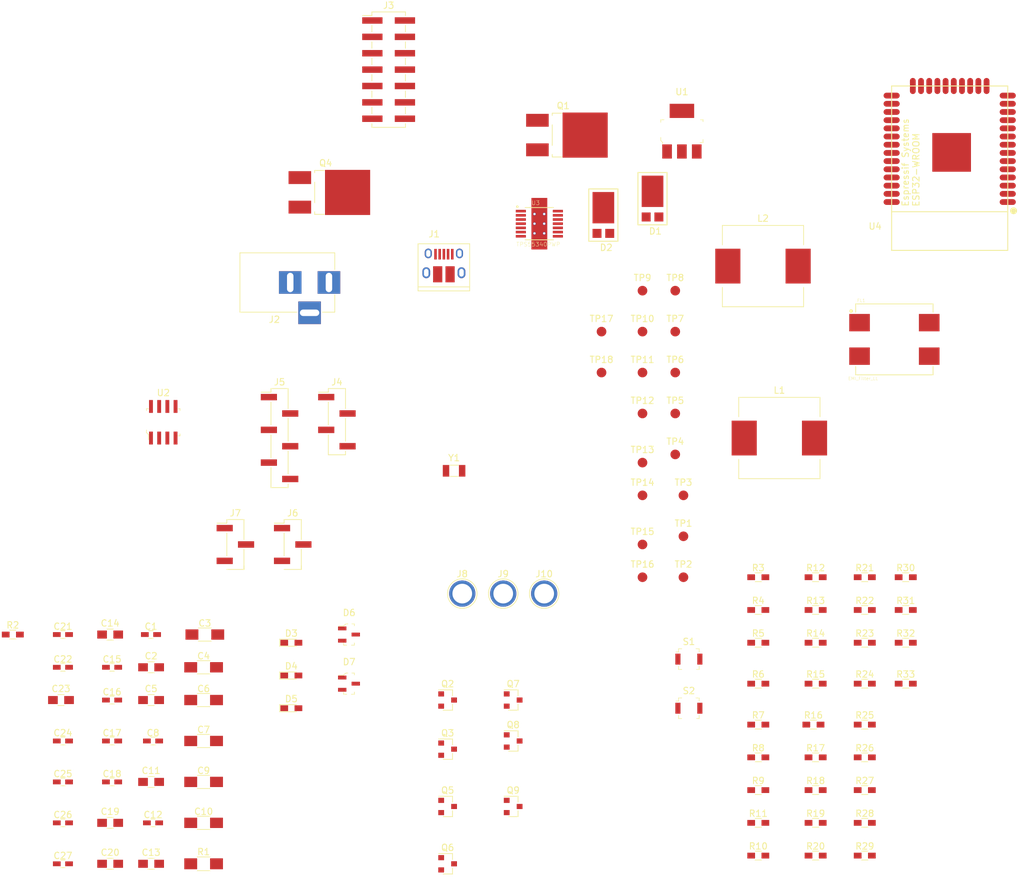
<source format=kicad_pcb>
(kicad_pcb (version 4) (host pcbnew 4.0.7)
  (layers (0 F.Cu signal) (31 B.Cu signal) (34 B.Paste user) (35 F.Paste user) (36 B.SilkS user) (37 F.SilkS user) (38 B.Mask user) (39 F.Mask user) (44 Edge.Cuts user))
  (net 0 "")
  (net 1 "Net-(C1-Pad1)")
  (net 2 "Net-(C1-Pad2)")
  (net 3 Vin)
  (net 4 GND)
  (net 5 "Net-(C3-Pad1)")
  (net 6 "Net-(C4-Pad1)")
  (net 7 +3V3)
  (net 8 "Net-(C6-Pad1)")
  (net 9 "Net-(C10-Pad1)")
  (net 10 "Net-(C12-Pad1)")
  (net 11 "Net-(C12-Pad2)")
  (net 12 ADC_VIN)
  (net 13 "Net-(C18-Pad1)")
  (net 14 "Net-(C19-Pad1)")
  (net 15 ADC_VOUT)
  (net 16 "Net-(C24-Pad1)")
  (net 17 32KHZ_OUT)
  (net 18 32KHZ_IN)
  (net 19 ~RST)
  (net 20 "Net-(D2-Pad1)")
  (net 21 "Net-(D3-Pad2)")
  (net 22 "Net-(D4-Pad2)")
  (net 23 "Net-(D5-Pad2)")
  (net 24 "Net-(J1-Pad2)")
  (net 25 "Net-(J1-Pad4)")
  (net 26 DO_0)
  (net 27 DOUT)
  (net 28 TXDO)
  (net 29 U2TXD)
  (net 30 IO13)
  (net 31 SPI_MOSI)
  (net 32 ~RTS)
  (net 33 IO15)
  (net 34 ~CTS)
  (net 35 3V3_UART)
  (net 36 SPI_SCK)
  (net 37 SPI_MISO)
  (net 38 ~DTR)
  (net 39 RXDI)
  (net 40 U2RXD)
  (net 41 I2C_SDA)
  (net 42 I2C_SCL)
  (net 43 "Net-(J8-Pad1)")
  (net 44 LED_RTN)
  (net 45 BOOST_EN)
  (net 46 "Net-(Q2-Pad3)")
  (net 47 "Net-(Q3-Pad3)")
  (net 48 "Net-(Q4-Pad1)")
  (net 49 "Net-(Q5-Pad1)")
  (net 50 IO0)
  (net 51 "Net-(Q6-Pad1)")
  (net 52 IO2)
  (net 53 "Net-(Q7-Pad1)")
  (net 54 "Net-(Q8-Pad1)")
  (net 55 "Net-(Q9-Pad1)")
  (net 56 "Net-(R3-Pad1)")
  (net 57 "Net-(R5-Pad1)")
  (net 58 "Net-(R7-Pad1)")
  (net 59 "Net-(R8-Pad1)")
  (net 60 BOOST_BYPASS)
  (net 61 "Net-(R14-Pad1)")
  (net 62 LED_RED)
  (net 63 LED_YELLOW)
  (net 64 LED_GREEN)
  (net 65 "Net-(R32-Pad1)")
  (net 66 "Net-(R33-Pad1)")
  (net 67 "Net-(TP7-Pad1)")
  (net 68 "Net-(TP8-Pad1)")
  (net 69 "Net-(TP9-Pad1)")
  (net 70 "Net-(U2-Pad6)")
  (net 71 "Net-(U4-Pad22)")
  (net 72 "Net-(U4-Pad21)")
  (net 73 "Net-(U4-Pad20)")
  (net 74 "Net-(U4-Pad19)")
  (net 75 "Net-(U4-Pad18)")
  (net 76 "Net-(U4-Pad17)")
  (net 77 "Net-(U4-Pad5)")
  (net 78 "Net-(U4-Pad4)")
  (module Capacitors_SMD:C_0603_HandSoldering (layer F.Cu) (at 90.17 140.97)
    (fp_text reference C1 (at 0 -1.25) (layer F.SilkS))
    (fp_text value 100p)
    (pad 1 smd rect (at -0.95 0) (size 1.2 0.75) (layers F.Cu F.Paste F.Mask) (net 1 "Net-(C1-Pad1)"))
    (pad 2 smd rect (at 0.95 0) (size 1.2 0.75) (layers F.Cu F.Paste F.Mask) (net 2 "Net-(C1-Pad2)"))
  )
  (module Capacitors_SMD:C_0805_HandSoldering (layer F.Cu) (at 90.19 146.05)
    (fp_text reference C2 (at 0 -1.75) (layer F.SilkS))
    (fp_text value 10uF)
    (pad 1 smd rect (at -1.25 0) (size 1.5 1.25) (layers F.Cu F.Paste F.Mask) (net 3 Vin))
    (pad 2 smd rect (at 1.25 0) (size 1.5 1.25) (layers F.Cu F.Paste F.Mask) (net 4 GND))
  )
  (module Capacitors_SMD:C_1206_HandSoldering (layer F.Cu) (at 98.52 140.97)
    (fp_text reference C3 (at 0 -1.75) (layer F.SilkS))
    (fp_text value 22uF)
    (pad 1 smd rect (at -2 0) (size 2 1.6) (layers F.Cu F.Paste F.Mask) (net 5 "Net-(C3-Pad1)"))
    (pad 2 smd rect (at 2 0) (size 2 1.6) (layers F.Cu F.Paste F.Mask) (net 2 "Net-(C1-Pad2)"))
  )
  (module Capacitors_SMD:C_1206_HandSoldering (layer F.Cu) (at 98.33 146.05)
    (fp_text reference C4 (at 0 -1.75) (layer F.SilkS))
    (fp_text value 22uF)
    (pad 1 smd rect (at -2 0) (size 2 1.6) (layers F.Cu F.Paste F.Mask) (net 6 "Net-(C4-Pad1)"))
    (pad 2 smd rect (at 2 0) (size 2 1.6) (layers F.Cu F.Paste F.Mask) (net 2 "Net-(C1-Pad2)"))
  )
  (module Capacitors_SMD:C_0805_HandSoldering (layer F.Cu) (at 90.19 151.13)
    (fp_text reference C5 (at 0 -1.75) (layer F.SilkS))
    (fp_text value 10uF)
    (pad 1 smd rect (at -1.25 0) (size 1.5 1.25) (layers F.Cu F.Paste F.Mask) (net 7 +3V3))
    (pad 2 smd rect (at 1.25 0) (size 1.5 1.25) (layers F.Cu F.Paste F.Mask) (net 4 GND))
  )
  (module Capacitors_SMD:C_1206_HandSoldering (layer F.Cu) (at 98.33 151.13)
    (fp_text reference C6 (at 0 -1.75) (layer F.SilkS))
    (fp_text value 22uF)
    (pad 1 smd rect (at -2 0) (size 2 1.6) (layers F.Cu F.Paste F.Mask) (net 8 "Net-(C6-Pad1)"))
    (pad 2 smd rect (at 2 0) (size 2 1.6) (layers F.Cu F.Paste F.Mask) (net 2 "Net-(C1-Pad2)"))
  )
  (module Capacitors_SMD:C_1206_HandSoldering (layer F.Cu) (at 98.33 157.48)
    (fp_text reference C7 (at 0 -1.75) (layer F.SilkS))
    (fp_text value 22uF)
    (pad 1 smd rect (at -2 0) (size 2 1.6) (layers F.Cu F.Paste F.Mask) (net 8 "Net-(C6-Pad1)"))
    (pad 2 smd rect (at 2 0) (size 2 1.6) (layers F.Cu F.Paste F.Mask) (net 2 "Net-(C1-Pad2)"))
  )
  (module Capacitors_SMD:C_0603_HandSoldering (layer F.Cu) (at 90.49 157.48)
    (fp_text reference C8 (at 0 -1.25) (layer F.SilkS))
    (fp_text value 0.1uF)
    (pad 1 smd rect (at -0.95 0) (size 1.2 0.75) (layers F.Cu F.Paste F.Mask) (net 7 +3V3))
    (pad 2 smd rect (at 0.95 0) (size 1.2 0.75) (layers F.Cu F.Paste F.Mask) (net 4 GND))
  )
  (module Capacitors_SMD:C_1206_HandSoldering (layer F.Cu) (at 98.33 163.83)
    (fp_text reference C9 (at 0 -1.75) (layer F.SilkS))
    (fp_text value 22uF)
    (pad 1 smd rect (at -2 0) (size 2 1.6) (layers F.Cu F.Paste F.Mask) (net 9 "Net-(C10-Pad1)"))
    (pad 2 smd rect (at 2 0) (size 2 1.6) (layers F.Cu F.Paste F.Mask) (net 4 GND))
  )
  (module Capacitors_SMD:C_1206_HandSoldering (layer F.Cu) (at 98.33 170.18)
    (fp_text reference C10 (at 0 -1.75) (layer F.SilkS))
    (fp_text value 22uF)
    (pad 1 smd rect (at -2 0) (size 2 1.6) (layers F.Cu F.Paste F.Mask) (net 9 "Net-(C10-Pad1)"))
    (pad 2 smd rect (at 2 0) (size 2 1.6) (layers F.Cu F.Paste F.Mask) (net 4 GND))
  )
  (module Capacitors_SMD:C_0805_HandSoldering (layer F.Cu) (at 90.19 163.83)
    (fp_text reference C11 (at 0 -1.75) (layer F.SilkS))
    (fp_text value 10uF)
    (pad 1 smd rect (at -1.25 0) (size 1.5 1.25) (layers F.Cu F.Paste F.Mask) (net 3 Vin))
    (pad 2 smd rect (at 1.25 0) (size 1.5 1.25) (layers F.Cu F.Paste F.Mask) (net 4 GND))
  )
  (module Capacitors_SMD:C_0603_HandSoldering (layer F.Cu) (at 90.49 170.18)
    (fp_text reference C12 (at 0 -1.25) (layer F.SilkS))
    (fp_text value 0.1uF)
    (pad 1 smd rect (at -0.95 0) (size 1.2 0.75) (layers F.Cu F.Paste F.Mask) (net 10 "Net-(C12-Pad1)"))
    (pad 2 smd rect (at 0.95 0) (size 1.2 0.75) (layers F.Cu F.Paste F.Mask) (net 11 "Net-(C12-Pad2)"))
  )
  (module Capacitors_SMD:C_0805_HandSoldering (layer F.Cu) (at 90.19 176.53)
    (fp_text reference C13 (at 0 -1.75) (layer F.SilkS))
    (fp_text value 10uF)
    (pad 1 smd rect (at -1.25 0) (size 1.5 1.25) (layers F.Cu F.Paste F.Mask) (net 3 Vin))
    (pad 2 smd rect (at 1.25 0) (size 1.5 1.25) (layers F.Cu F.Paste F.Mask) (net 4 GND))
  )
  (module Capacitors_SMD:C_0805_HandSoldering (layer F.Cu) (at 83.84 140.97)
    (fp_text reference C14 (at 0 -1.75) (layer F.SilkS))
    (fp_text value 10uF)
    (pad 1 smd rect (at -1.25 0) (size 1.5 1.25) (layers F.Cu F.Paste F.Mask) (net 3 Vin))
    (pad 2 smd rect (at 1.25 0) (size 1.5 1.25) (layers F.Cu F.Paste F.Mask) (net 4 GND))
  )
  (module Capacitors_SMD:C_0603_HandSoldering (layer F.Cu) (at 84.14 146.05)
    (fp_text reference C15 (at 0 -1.25) (layer F.SilkS))
    (fp_text value 0.01uF)
    (pad 1 smd rect (at -0.95 0) (size 1.2 0.75) (layers F.Cu F.Paste F.Mask) (net 12 ADC_VIN))
    (pad 2 smd rect (at 0.95 0) (size 1.2 0.75) (layers F.Cu F.Paste F.Mask) (net 4 GND))
  )
  (module Capacitors_SMD:C_0603_HandSoldering (layer F.Cu) (at 84.14 151.13)
    (fp_text reference C16 (at 0 -1.25) (layer F.SilkS))
    (fp_text value 100p)
    (pad 1 smd rect (at -0.95 0) (size 1.2 0.75) (layers F.Cu F.Paste F.Mask) (net 10 "Net-(C12-Pad1)"))
    (pad 2 smd rect (at 0.95 0) (size 1.2 0.75) (layers F.Cu F.Paste F.Mask) (net 4 GND))
  )
  (module Capacitors_SMD:C_0603_HandSoldering (layer F.Cu) (at 84.14 157.48)
    (fp_text reference C17 (at 0 -1.25) (layer F.SilkS))
    (fp_text value 0.1uF)
    (pad 1 smd rect (at -0.95 0) (size 1.2 0.75) (layers F.Cu F.Paste F.Mask) (net 3 Vin))
    (pad 2 smd rect (at 0.95 0) (size 1.2 0.75) (layers F.Cu F.Paste F.Mask) (net 4 GND))
  )
  (module Capacitors_SMD:C_0603_HandSoldering (layer F.Cu) (at 84.14 163.83)
    (fp_text reference C18 (at 0 -1.25) (layer F.SilkS))
    (fp_text value 0.01uF)
    (pad 1 smd rect (at -0.95 0) (size 1.2 0.75) (layers F.Cu F.Paste F.Mask) (net 13 "Net-(C18-Pad1)"))
    (pad 2 smd rect (at 0.95 0) (size 1.2 0.75) (layers F.Cu F.Paste F.Mask) (net 4 GND))
  )
  (module Capacitors_SMD:C_0805_HandSoldering (layer F.Cu) (at 83.84 170.18)
    (fp_text reference C19 (at 0 -1.75) (layer F.SilkS))
    (fp_text value 10uF)
    (pad 1 smd rect (at -1.25 0) (size 1.5 1.25) (layers F.Cu F.Paste F.Mask) (net 14 "Net-(C19-Pad1)"))
    (pad 2 smd rect (at 1.25 0) (size 1.5 1.25) (layers F.Cu F.Paste F.Mask) (net 4 GND))
  )
  (module Capacitors_SMD:C_0805_HandSoldering (layer F.Cu) (at 83.84 176.53)
    (fp_text reference C20 (at 0 -1.75) (layer F.SilkS))
    (fp_text value 10uF)
    (pad 1 smd rect (at -1.25 0) (size 1.5 1.25) (layers F.Cu F.Paste F.Mask) (net 14 "Net-(C19-Pad1)"))
    (pad 2 smd rect (at 1.25 0) (size 1.5 1.25) (layers F.Cu F.Paste F.Mask) (net 4 GND))
  )
  (module Capacitors_SMD:C_0603_HandSoldering (layer F.Cu) (at 76.52 140.97)
    (fp_text reference C21 (at 0 -1.25) (layer F.SilkS))
    (fp_text value 0.01uF)
    (pad 1 smd rect (at -0.95 0) (size 1.2 0.75) (layers F.Cu F.Paste F.Mask) (net 15 ADC_VOUT))
    (pad 2 smd rect (at 0.95 0) (size 1.2 0.75) (layers F.Cu F.Paste F.Mask) (net 4 GND))
  )
  (module Capacitors_SMD:C_0603_HandSoldering (layer F.Cu) (at 76.52 146.05)
    (fp_text reference C22 (at 0 -1.25) (layer F.SilkS))
    (fp_text value 0.1uF)
    (pad 1 smd rect (at -0.95 0) (size 1.2 0.75) (layers F.Cu F.Paste F.Mask) (net 7 +3V3))
    (pad 2 smd rect (at 0.95 0) (size 1.2 0.75) (layers F.Cu F.Paste F.Mask) (net 4 GND))
  )
  (module Capacitors_SMD:C_0805_HandSoldering (layer F.Cu) (at 76.22 151.13)
    (fp_text reference C23 (at 0 -1.75) (layer F.SilkS))
    (fp_text value 10uF)
    (pad 1 smd rect (at -1.25 0) (size 1.5 1.25) (layers F.Cu F.Paste F.Mask) (net 7 +3V3))
    (pad 2 smd rect (at 1.25 0) (size 1.5 1.25) (layers F.Cu F.Paste F.Mask) (net 4 GND))
  )
  (module Capacitors_SMD:C_0603_HandSoldering (layer F.Cu) (at 76.52 157.48)
    (fp_text reference C24 (at 0 -1.25) (layer F.SilkS))
    (fp_text value 0.1uF)
    (pad 1 smd rect (at -0.95 0) (size 1.2 0.75) (layers F.Cu F.Paste F.Mask) (net 16 "Net-(C24-Pad1)"))
    (pad 2 smd rect (at 0.95 0) (size 1.2 0.75) (layers F.Cu F.Paste F.Mask) (net 4 GND))
  )
  (module Capacitors_SMD:C_0603_HandSoldering (layer F.Cu) (at 76.52 163.83)
    (fp_text reference C25 (at 0 -1.25) (layer F.SilkS))
    (fp_text value C_Small)
    (pad 1 smd rect (at -0.95 0) (size 1.2 0.75) (layers F.Cu F.Paste F.Mask) (net 17 32KHZ_OUT))
    (pad 2 smd rect (at 0.95 0) (size 1.2 0.75) (layers F.Cu F.Paste F.Mask) (net 4 GND))
  )
  (module Capacitors_SMD:C_0603_HandSoldering (layer F.Cu) (at 76.52 170.18)
    (fp_text reference C26 (at 0 -1.25) (layer F.SilkS))
    (fp_text value C_Small)
    (pad 1 smd rect (at -0.95 0) (size 1.2 0.75) (layers F.Cu F.Paste F.Mask) (net 18 32KHZ_IN))
    (pad 2 smd rect (at 0.95 0) (size 1.2 0.75) (layers F.Cu F.Paste F.Mask) (net 4 GND))
  )
  (module Capacitors_SMD:C_0603_HandSoldering (layer F.Cu) (at 76.52 176.53)
    (fp_text reference C27 (at 0 -1.25) (layer F.SilkS))
    (fp_text value 0.1uF)
    (pad 1 smd rect (at -0.95 0) (size 1.2 0.75) (layers F.Cu F.Paste F.Mask) (net 19 ~RST))
    (pad 2 smd rect (at 0.95 0) (size 1.2 0.75) (layers F.Cu F.Paste F.Mask) (net 4 GND))
  )
  (module PowerDI5:Diodes_Incorporated_POWERDI_5 (layer F.Cu) (at 167.925 72.218)
    (fp_text reference D1 (at 0.44 6.19) (layer F.SilkS))
    (fp_text value D_Schottky_AKA)
    (pad 2 smd rect (at 0 0) (size 3.36 4.86) (layers F.Cu F.Paste F.Mask) (net 8 "Net-(C6-Pad1)"))
    (pad 1 smd rect (at -0.985 3.982) (size 1.39 1.4) (layers F.Cu F.Paste F.Mask) (net 6 "Net-(C4-Pad1)"))
    (pad 3 smd rect (at 0.985 3.982) (size 1.39 1.4) (layers F.Cu F.Paste F.Mask) (net 6 "Net-(C4-Pad1)"))
  )
  (module PowerDI5:Diodes_Incorporated_POWERDI_5 (layer F.Cu) (at 160.305 74.758)
    (fp_text reference D2 (at 0.44 6.19) (layer F.SilkS))
    (fp_text value D_Schottky_AKA)
    (pad 2 smd rect (at 0 0) (size 3.36 4.86) (layers F.Cu F.Paste F.Mask) (net 14 "Net-(C19-Pad1)"))
    (pad 1 smd rect (at -0.985 3.982) (size 1.39 1.4) (layers F.Cu F.Paste F.Mask) (net 20 "Net-(D2-Pad1)"))
    (pad 3 smd rect (at 0.985 3.982) (size 1.39 1.4) (layers F.Cu F.Paste F.Mask) (net 20 "Net-(D2-Pad1)"))
  )
  (module LEDs:LED_0603_HandSoldering (layer F.Cu) (at 111.93 142.24)
    (fp_text reference D3 (at 0 -1.45) (layer F.SilkS))
    (fp_text value Red)
    (pad 1 smd rect (at -1.1 0) (size 1.2 0.9) (layers F.Cu F.Paste F.Mask) (net 4 GND))
    (pad 2 smd rect (at 1.1 0) (size 1.2 0.9) (layers F.Cu F.Paste F.Mask) (net 21 "Net-(D3-Pad2)"))
  )
  (module LEDs:LED_0603_HandSoldering (layer F.Cu) (at 111.93 147.32)
    (fp_text reference D4 (at 0 -1.45) (layer F.SilkS))
    (fp_text value Yellow)
    (pad 1 smd rect (at -1.1 0) (size 1.2 0.9) (layers F.Cu F.Paste F.Mask) (net 4 GND))
    (pad 2 smd rect (at 1.1 0) (size 1.2 0.9) (layers F.Cu F.Paste F.Mask) (net 22 "Net-(D4-Pad2)"))
  )
  (module LEDs:LED_0603_HandSoldering (layer F.Cu) (at 111.93 152.4)
    (fp_text reference D5 (at 0 -1.45) (layer F.SilkS))
    (fp_text value Green)
    (pad 1 smd rect (at -1.1 0) (size 1.2 0.9) (layers F.Cu F.Paste F.Mask) (net 4 GND))
    (pad 2 smd rect (at 1.1 0) (size 1.2 0.9) (layers F.Cu F.Paste F.Mask) (net 23 "Net-(D5-Pad2)"))
  )
  (module digikey-footprints:SOT-23-3 (layer F.Cu) (at 120.87 140.97)
    (fp_text reference D6 (at 0.025 -3.375) (layer F.SilkS))
    (fp_text value BAT54S-7-F)
    (pad 3 smd rect (at 1.05 0) (size 1.3 0.6) (layers F.Cu F.Paste F.Mask) (net 12 ADC_VIN))
    (pad 2 smd rect (at -1.05 0.95) (size 1.3 0.6) (layers F.Cu F.Paste F.Mask) (net 7 +3V3))
    (pad 1 smd rect (at -1.05 -0.95) (size 1.3 0.6) (layers F.Cu F.Paste F.Mask) (net 4 GND))
  )
  (module digikey-footprints:SOT-23-3 (layer F.Cu) (at 120.87 148.59)
    (fp_text reference D7 (at 0.025 -3.375) (layer F.SilkS))
    (fp_text value BAT54S-7-F)
    (pad 3 smd rect (at 1.05 0) (size 1.3 0.6) (layers F.Cu F.Paste F.Mask) (net 15 ADC_VOUT))
    (pad 2 smd rect (at -1.05 0.95) (size 1.3 0.6) (layers F.Cu F.Paste F.Mask) (net 7 +3V3))
    (pad 1 smd rect (at -1.05 -0.95) (size 1.3 0.6) (layers F.Cu F.Paste F.Mask) (net 4 GND))
  )
  (module CustomFootprints:IND_ACM12V-701-2PL-TL00_FixedPadNumbers (layer F.Cu) (at 205.42 95.19)
    (fp_text reference FL1 (at -5.14132 -6.03214) (layer F.SilkS) (effects (font (size 0.480984 0.480984) (thickness 0.05))))
    (fp_text value EMI_Filter_LL (at -4.84309 6.06661) (layer F.SilkS) (effects (font (size 0.4817 0.4817) (thickness 0.05))))
    (pad 1 smd rect (at -5.4 -2.6) (size 3.2 2.7) (layers F.Cu F.Paste F.Mask) (net 8 "Net-(C6-Pad1)"))
    (pad 3 smd rect (at -5.4 2.6) (size 3.2 2.7) (layers F.Cu F.Paste F.Mask) (net 2 "Net-(C1-Pad2)"))
    (pad 4 smd rect (at 5.4 2.6) (size 3.2 2.7) (layers F.Cu F.Paste F.Mask) (net 4 GND))
    (pad 2 smd rect (at 5.4 -2.6) (size 3.2 2.7) (layers F.Cu F.Paste F.Mask) (net 9 "Net-(C10-Pad1)"))
  )
  (module Connectors:USB_Micro-B_10103594-0001LF (layer F.Cu) (at 135.58 83.47)
    (fp_text reference J1 (at -1.5 -4.62) (layer F.SilkS))
    (fp_text value 10103594-0001LF)
    (pad 1 smd rect (at -1.3 -1.5 90) (size 1.65 0.4) (layers F.Cu F.Paste F.Mask) (net 5 "Net-(C3-Pad1)"))
    (pad 2 smd rect (at -0.65 -1.5 90) (size 1.65 0.4) (layers F.Cu F.Paste F.Mask) (net 24 "Net-(J1-Pad2)"))
    (pad 3 smd rect (at 0 -1.5 90) (size 1.65 0.4) (layers F.Cu F.Paste F.Mask) (net 24 "Net-(J1-Pad2)"))
    (pad 4 smd rect (at 0.65 -1.5 90) (size 1.65 0.4) (layers F.Cu F.Paste F.Mask) (net 25 "Net-(J1-Pad4)"))
    (pad 5 smd rect (at 1.3 -1.5 90) (size 1.65 0.4) (layers F.Cu F.Paste F.Mask) (net 2 "Net-(C1-Pad2)"))
    (pad 6 thru_hole oval (at -2.42 -1.62 90) (size 1.5 1.1) (drill oval 1.05 0.65) (layers *.Cu *.Mask) (net 1 "Net-(C1-Pad1)"))
    (pad 6 thru_hole oval (at 2.42 -1.62 90) (size 1.5 1.1) (drill oval 1.05 0.65) (layers *.Cu *.Mask) (net 1 "Net-(C1-Pad1)"))
    (pad 6 thru_hole oval (at -2.73 1.38 90) (size 1.7 1.2) (drill oval 1.2 0.7) (layers *.Cu *.Mask) (net 1 "Net-(C1-Pad1)"))
    (pad 6 thru_hole oval (at 2.73 1.38 90) (size 1.7 1.2) (drill oval 1.2 0.7) (layers *.Cu *.Mask) (net 1 "Net-(C1-Pad1)"))
    (pad 6 smd rect (at -0.96 1.62 90) (size 2.5 1.43) (layers F.Cu F.Paste F.Mask) (net 1 "Net-(C1-Pad1)"))
    (pad 6 smd rect (at 0.96 1.62 90) (size 2.5 1.43) (layers F.Cu F.Paste F.Mask) (net 1 "Net-(C1-Pad1)"))
  )
  (module Connectors:BARREL_JACK (layer F.Cu) (at 117.76 86.36)
    (fp_text reference J2 (at -8.45 5.75 180) (layer F.SilkS))
    (fp_text value Barrel_Jack)
    (pad 1 thru_hole rect (at 0 0) (size 3.5 3.5) (drill oval 1 3) (layers *.Cu *.Mask) (net 6 "Net-(C4-Pad1)"))
    (pad 2 thru_hole rect (at -6 0) (size 3.5 3.5) (drill oval 1 3) (layers *.Cu *.Mask) (net 2 "Net-(C1-Pad2)"))
    (pad 3 thru_hole rect (at -3 4.7) (size 3.5 3.5) (drill oval 3 1) (layers *.Cu *.Mask) (net 2 "Net-(C1-Pad2)"))
  )
  (module Pin_Headers:Pin_Header_Straight_2x07_Pitch2.54mm_SMD (layer F.Cu) (at 127.015 53.34)
    (fp_text reference J3 (at 0 -9.95) (layer F.SilkS))
    (fp_text value Conn_02x07_Odd_Even)
    (pad 1 smd rect (at -2.525 -7.62) (size 3.15 1) (layers F.Cu F.Paste F.Mask) (net 26 DO_0))
    (pad 2 smd rect (at 2.525 -7.62) (size 3.15 1) (layers F.Cu F.Paste F.Mask) (net 27 DOUT))
    (pad 3 smd rect (at -2.525 -5.08) (size 3.15 1) (layers F.Cu F.Paste F.Mask) (net 28 TXDO))
    (pad 4 smd rect (at 2.525 -5.08) (size 3.15 1) (layers F.Cu F.Paste F.Mask) (net 27 DOUT))
    (pad 5 smd rect (at -2.525 -2.54) (size 3.15 1) (layers F.Cu F.Paste F.Mask) (net 29 U2TXD))
    (pad 6 smd rect (at 2.525 -2.54) (size 3.15 1) (layers F.Cu F.Paste F.Mask) (net 27 DOUT))
    (pad 7 smd rect (at -2.525 0) (size 3.15 1) (layers F.Cu F.Paste F.Mask) (net 30 IO13))
    (pad 8 smd rect (at 2.525 0) (size 3.15 1) (layers F.Cu F.Paste F.Mask) (net 31 SPI_MOSI))
    (pad 9 smd rect (at -2.525 2.54) (size 3.15 1) (layers F.Cu F.Paste F.Mask) (net 30 IO13))
    (pad 10 smd rect (at 2.525 2.54) (size 3.15 1) (layers F.Cu F.Paste F.Mask) (net 32 ~RTS))
    (pad 11 smd rect (at -2.525 5.08) (size 3.15 1) (layers F.Cu F.Paste F.Mask) (net 33 IO15))
    (pad 12 smd rect (at 2.525 5.08) (size 3.15 1) (layers F.Cu F.Paste F.Mask) (net 34 ~CTS))
    (pad 13 smd rect (at -2.525 7.62) (size 3.15 1) (layers F.Cu F.Paste F.Mask) (net 7 +3V3))
    (pad 14 smd rect (at 2.525 7.62) (size 3.15 1) (layers F.Cu F.Paste F.Mask) (net 35 3V3_UART))
  )
  (module Pin_Headers:Pin_Header_Straight_1x04_Pitch2.54mm_SMD_Pin1Left (layer F.Cu) (at 118.995 107.95)
    (fp_text reference J4 (at 0 -6.14) (layer F.SilkS))
    (fp_text value Conn_01x04)
    (pad 1 smd rect (at -1.655 -3.81) (size 2.51 1) (layers F.Cu F.Paste F.Mask) (net 36 SPI_SCK))
    (pad 3 smd rect (at -1.655 1.27) (size 2.51 1) (layers F.Cu F.Paste F.Mask) (net 31 SPI_MOSI))
    (pad 2 smd rect (at 1.655 -1.27) (size 2.51 1) (layers F.Cu F.Paste F.Mask) (net 37 SPI_MISO))
    (pad 4 smd rect (at 1.655 3.81) (size 2.51 1) (layers F.Cu F.Paste F.Mask) (net 4 GND))
  )
  (module Pin_Headers:Pin_Header_Straight_1x06_Pitch2.54mm_SMD_Pin1Left (layer F.Cu) (at 110.105 110.49)
    (fp_text reference J5 (at 0 -8.68) (layer F.SilkS))
    (fp_text value Conn_01x06)
    (pad 1 smd rect (at -1.655 -6.35) (size 2.51 1) (layers F.Cu F.Paste F.Mask) (net 38 ~DTR))
    (pad 3 smd rect (at -1.655 -1.27) (size 2.51 1) (layers F.Cu F.Paste F.Mask) (net 39 RXDI))
    (pad 5 smd rect (at -1.655 3.81) (size 2.51 1) (layers F.Cu F.Paste F.Mask) (net 34 ~CTS))
    (pad 2 smd rect (at 1.655 -3.81) (size 2.51 1) (layers F.Cu F.Paste F.Mask) (net 28 TXDO))
    (pad 4 smd rect (at 1.655 1.27) (size 2.51 1) (layers F.Cu F.Paste F.Mask) (net 35 3V3_UART))
    (pad 6 smd rect (at 1.655 6.35) (size 2.51 1) (layers F.Cu F.Paste F.Mask) (net 4 GND))
  )
  (module Pin_Headers:Pin_Header_Straight_1x03_Pitch2.54mm_SMD_Pin1Left (layer F.Cu) (at 112.145 127)
    (fp_text reference J6 (at 0 -4.87) (layer F.SilkS))
    (fp_text value Conn_01x03)
    (pad 1 smd rect (at -1.655 -2.54) (size 2.51 1) (layers F.Cu F.Paste F.Mask) (net 40 U2RXD))
    (pad 3 smd rect (at -1.655 2.54) (size 2.51 1) (layers F.Cu F.Paste F.Mask) (net 4 GND))
    (pad 2 smd rect (at 1.655 0) (size 2.51 1) (layers F.Cu F.Paste F.Mask) (net 29 U2TXD))
  )
  (module Pin_Headers:Pin_Header_Straight_1x03_Pitch2.54mm_SMD_Pin1Left (layer F.Cu) (at 103.255 127)
    (fp_text reference J7 (at 0 -4.87) (layer F.SilkS))
    (fp_text value Conn_01x03)
    (pad 1 smd rect (at -1.655 -2.54) (size 2.51 1) (layers F.Cu F.Paste F.Mask) (net 41 I2C_SDA))
    (pad 3 smd rect (at -1.655 2.54) (size 2.51 1) (layers F.Cu F.Paste F.Mask) (net 4 GND))
    (pad 2 smd rect (at 1.655 0) (size 2.51 1) (layers F.Cu F.Paste F.Mask) (net 42 I2C_SCL))
  )
  (module Connectors:1pin (layer F.Cu) (at 138.43 134.62)
    (fp_text reference J8 (at 0 -3.048) (layer F.SilkS))
    (fp_text value Conn_01x01)
    (pad 1 thru_hole circle (at 0 0) (size 4.064 4.064) (drill 3.048) (layers *.Cu *.Mask) (net 43 "Net-(J8-Pad1)"))
  )
  (module Connectors:1pin (layer F.Cu) (at 144.78 134.62)
    (fp_text reference J9 (at 0 -3.048) (layer F.SilkS))
    (fp_text value Conn_01x01)
    (pad 1 thru_hole circle (at 0 0) (size 4.064 4.064) (drill 3.048) (layers *.Cu *.Mask) (net 44 LED_RTN))
  )
  (module Connectors:1pin (layer F.Cu) (at 151.13 134.62)
    (fp_text reference J10 (at 0 -3.048) (layer F.SilkS))
    (fp_text value Conn_01x01)
    (pad 1 thru_hole circle (at 0 0) (size 4.064 4.064) (drill 3.048) (layers *.Cu *.Mask) (net 27 DOUT))
  )
  (module CustomFootprints:L_12x12mm_h8mm_hand_soldering (layer F.Cu) (at 187.59 110.49)
    (fp_text reference L1 (at 0 -7.4) (layer F.SilkS))
    (fp_text value 1uH)
    (pad 1 smd rect (at -5.45 0) (size 3.9 5.4) (layers F.Cu F.Paste F.Mask) (net 9 "Net-(C10-Pad1)"))
    (pad 2 smd rect (at 5.45 0) (size 3.9 5.4) (layers F.Cu F.Paste F.Mask) (net 3 Vin))
  )
  (module CustomFootprints:L_12x12mm_h8mm_hand_soldering (layer F.Cu) (at 185.05 83.82)
    (fp_text reference L2 (at 0 -7.4) (layer F.SilkS))
    (fp_text value 10uH)
    (pad 1 smd rect (at -5.45 0) (size 3.9 5.4) (layers F.Cu F.Paste F.Mask) (net 3 Vin))
    (pad 2 smd rect (at 5.45 0) (size 3.9 5.4) (layers F.Cu F.Paste F.Mask) (net 20 "Net-(D2-Pad1)"))
  )
  (module TO_SOT_Packages_SMD:TO-252-2_Rectifier (layer F.Cu) (at 154.655 63.5)
    (fp_text reference Q1 (at -0.575 -4.55) (layer F.SilkS))
    (fp_text value Q_PMOS_GDS)
    (pad 1 smd rect (at -4.575 -2.3 270) (size 2 3.5) (layers F.Cu F.Paste F.Mask) (net 2 "Net-(C1-Pad2)"))
    (pad 3 smd rect (at -4.575 2.28 270) (size 2 3.5) (layers F.Cu F.Paste F.Mask) (net 8 "Net-(C6-Pad1)"))
    (pad 2 smd rect (at 2.825 0 270) (size 7 7) (layers F.Cu F.Paste F.Mask) (net 5 "Net-(C3-Pad1)"))
  )
  (module TO_SOT_Packages_SMD:SOT-23 (layer F.Cu) (at 136.16 151.13)
    (fp_text reference Q2 (at 0 -2.5) (layer F.SilkS))
    (fp_text value Q_NMOS_GSD)
    (pad 1 smd rect (at -1 -0.95) (size 0.9 0.8) (layers F.Cu F.Paste F.Mask) (net 45 BOOST_EN))
    (pad 2 smd rect (at -1 0.95) (size 0.9 0.8) (layers F.Cu F.Paste F.Mask) (net 4 GND))
    (pad 3 smd rect (at 1 0) (size 0.9 0.8) (layers F.Cu F.Paste F.Mask) (net 46 "Net-(Q2-Pad3)"))
  )
  (module TO_SOT_Packages_SMD:SOT-23 (layer F.Cu) (at 136.16 158.75)
    (fp_text reference Q3 (at 0 -2.5) (layer F.SilkS))
    (fp_text value Q_NMOS_GSD)
    (pad 1 smd rect (at -1 -0.95) (size 0.9 0.8) (layers F.Cu F.Paste F.Mask) (net 46 "Net-(Q2-Pad3)"))
    (pad 2 smd rect (at -1 0.95) (size 0.9 0.8) (layers F.Cu F.Paste F.Mask) (net 4 GND))
    (pad 3 smd rect (at 1 0) (size 0.9 0.8) (layers F.Cu F.Paste F.Mask) (net 47 "Net-(Q3-Pad3)"))
  )
  (module TO_SOT_Packages_SMD:TO-252-2_Rectifier (layer F.Cu) (at 117.825 72.39)
    (fp_text reference Q4 (at -0.575 -4.55) (layer F.SilkS))
    (fp_text value Q_PMOS_GDS)
    (pad 1 smd rect (at -4.575 -2.3 270) (size 2 3.5) (layers F.Cu F.Paste F.Mask) (net 48 "Net-(Q4-Pad1)"))
    (pad 3 smd rect (at -4.575 2.28 270) (size 2 3.5) (layers F.Cu F.Paste F.Mask) (net 3 Vin))
    (pad 2 smd rect (at 2.825 0 270) (size 7 7) (layers F.Cu F.Paste F.Mask) (net 43 "Net-(J8-Pad1)"))
  )
  (module TO_SOT_Packages_SMD:SOT-23 (layer F.Cu) (at 136.16 167.64)
    (fp_text reference Q5 (at 0 -2.5) (layer F.SilkS))
    (fp_text value Q_NMOS_GSD)
    (pad 1 smd rect (at -1 -0.95) (size 0.9 0.8) (layers F.Cu F.Paste F.Mask) (net 49 "Net-(Q5-Pad1)"))
    (pad 2 smd rect (at -1 0.95) (size 0.9 0.8) (layers F.Cu F.Paste F.Mask) (net 4 GND))
    (pad 3 smd rect (at 1 0) (size 0.9 0.8) (layers F.Cu F.Paste F.Mask) (net 50 IO0))
  )
  (module TO_SOT_Packages_SMD:SOT-23 (layer F.Cu) (at 136.16 176.53)
    (fp_text reference Q6 (at 0 -2.5) (layer F.SilkS))
    (fp_text value Q_NMOS_GSD)
    (pad 1 smd rect (at -1 -0.95) (size 0.9 0.8) (layers F.Cu F.Paste F.Mask) (net 51 "Net-(Q6-Pad1)"))
    (pad 2 smd rect (at -1 0.95) (size 0.9 0.8) (layers F.Cu F.Paste F.Mask) (net 4 GND))
    (pad 3 smd rect (at 1 0) (size 0.9 0.8) (layers F.Cu F.Paste F.Mask) (net 52 IO2))
  )
  (module TO_SOT_Packages_SMD:SOT-23 (layer F.Cu) (at 146.32 151.13)
    (fp_text reference Q7 (at 0 -2.5) (layer F.SilkS))
    (fp_text value Q_NPN_BEC)
    (pad 1 smd rect (at -1 -0.95) (size 0.9 0.8) (layers F.Cu F.Paste F.Mask) (net 53 "Net-(Q7-Pad1)"))
    (pad 2 smd rect (at -1 0.95) (size 0.9 0.8) (layers F.Cu F.Paste F.Mask) (net 32 ~RTS))
    (pad 3 smd rect (at 1 0) (size 0.9 0.8) (layers F.Cu F.Paste F.Mask) (net 19 ~RST))
  )
  (module TO_SOT_Packages_SMD:SOT-23 (layer F.Cu) (at 146.32 157.48)
    (fp_text reference Q8 (at 0 -2.5) (layer F.SilkS))
    (fp_text value Q_NPN_BEC)
    (pad 1 smd rect (at -1 -0.95) (size 0.9 0.8) (layers F.Cu F.Paste F.Mask) (net 54 "Net-(Q8-Pad1)"))
    (pad 2 smd rect (at -1 0.95) (size 0.9 0.8) (layers F.Cu F.Paste F.Mask) (net 38 ~DTR))
    (pad 3 smd rect (at 1 0) (size 0.9 0.8) (layers F.Cu F.Paste F.Mask) (net 50 IO0))
  )
  (module TO_SOT_Packages_SMD:SOT-23 (layer F.Cu) (at 146.32 167.64)
    (fp_text reference Q9 (at 0 -2.5) (layer F.SilkS))
    (fp_text value Q_NPN_BEC)
    (pad 1 smd rect (at -1 -0.95) (size 0.9 0.8) (layers F.Cu F.Paste F.Mask) (net 55 "Net-(Q9-Pad1)"))
    (pad 2 smd rect (at -1 0.95) (size 0.9 0.8) (layers F.Cu F.Paste F.Mask) (net 38 ~DTR))
    (pad 3 smd rect (at 1 0) (size 0.9 0.8) (layers F.Cu F.Paste F.Mask) (net 52 IO2))
  )
  (module Resistors_SMD:R_1206_HandSoldering (layer F.Cu) (at 98.33 176.53)
    (fp_text reference R1 (at 0 -1.85) (layer F.SilkS))
    (fp_text value "0.25 OHM")
    (pad 1 smd rect (at -2 0) (size 2 1.7) (layers F.Cu F.Paste F.Mask) (net 44 LED_RTN))
    (pad 2 smd rect (at 2 0) (size 2 1.7) (layers F.Cu F.Paste F.Mask) (net 4 GND))
  )
  (module Resistors_SMD:R_0603_HandSoldering (layer F.Cu) (at 68.75 140.97)
    (fp_text reference R2 (at 0 -1.45) (layer F.SilkS))
    (fp_text value 1M)
    (pad 1 smd rect (at -1.1 0) (size 1.2 0.9) (layers F.Cu F.Paste F.Mask) (net 1 "Net-(C1-Pad1)"))
    (pad 2 smd rect (at 1.1 0) (size 1.2 0.9) (layers F.Cu F.Paste F.Mask) (net 2 "Net-(C1-Pad2)"))
  )
  (module Resistors_SMD:R_0603_HandSoldering (layer F.Cu) (at 184.32 132.08)
    (fp_text reference R3 (at 0 -1.45) (layer F.SilkS))
    (fp_text value 1k)
    (pad 1 smd rect (at -1.1 0) (size 1.2 0.9) (layers F.Cu F.Paste F.Mask) (net 56 "Net-(R3-Pad1)"))
    (pad 2 smd rect (at 1.1 0) (size 1.2 0.9) (layers F.Cu F.Paste F.Mask) (net 44 LED_RTN))
  )
  (module Resistors_SMD:R_0603_HandSoldering (layer F.Cu) (at 184.32 137.16)
    (fp_text reference R4 (at 0 -1.45) (layer F.SilkS))
    (fp_text value 10k)
    (pad 1 smd rect (at -1.1 0) (size 1.2 0.9) (layers F.Cu F.Paste F.Mask) (net 56 "Net-(R3-Pad1)"))
    (pad 2 smd rect (at 1.1 0) (size 1.2 0.9) (layers F.Cu F.Paste F.Mask) (net 4 GND))
  )
  (module Resistors_SMD:R_0603_HandSoldering (layer F.Cu) (at 184.32 142.24)
    (fp_text reference R5 (at 0 -1.45) (layer F.SilkS))
    (fp_text value 1k)
    (pad 1 smd rect (at -1.1 0) (size 1.2 0.9) (layers F.Cu F.Paste F.Mask) (net 57 "Net-(R5-Pad1)"))
    (pad 2 smd rect (at 1.1 0) (size 1.2 0.9) (layers F.Cu F.Paste F.Mask) (net 4 GND))
  )
  (module Resistors_SMD:R_0603_HandSoldering (layer F.Cu) (at 184.32 148.59)
    (fp_text reference R6 (at 0 -1.45) (layer F.SilkS))
    (fp_text value 20k)
    (pad 1 smd rect (at -1.1 0) (size 1.2 0.9) (layers F.Cu F.Paste F.Mask) (net 8 "Net-(C6-Pad1)"))
    (pad 2 smd rect (at 1.1 0) (size 1.2 0.9) (layers F.Cu F.Paste F.Mask) (net 2 "Net-(C1-Pad2)"))
  )
  (module Resistors_SMD:R_0603_HandSoldering (layer F.Cu) (at 184.32 154.94)
    (fp_text reference R7 (at 0 -1.45) (layer F.SilkS))
    (fp_text value 10k)
    (pad 1 smd rect (at -1.1 0) (size 1.2 0.9) (layers F.Cu F.Paste F.Mask) (net 58 "Net-(R7-Pad1)"))
    (pad 2 smd rect (at 1.1 0) (size 1.2 0.9) (layers F.Cu F.Paste F.Mask) (net 57 "Net-(R5-Pad1)"))
  )
  (module Resistors_SMD:R_0603_HandSoldering (layer F.Cu) (at 184.32 160.02)
    (fp_text reference R8 (at 0 -1.45) (layer F.SilkS))
    (fp_text value "100 OHM")
    (pad 1 smd rect (at -1.1 0) (size 1.2 0.9) (layers F.Cu F.Paste F.Mask) (net 59 "Net-(R8-Pad1)"))
    (pad 2 smd rect (at 1.1 0) (size 1.2 0.9) (layers F.Cu F.Paste F.Mask) (net 58 "Net-(R7-Pad1)"))
  )
  (module Resistors_SMD:R_0603_HandSoldering (layer F.Cu) (at 184.32 165.1)
    (fp_text reference R9 (at 0 -1.45) (layer F.SilkS))
    (fp_text value 2.2k)
    (pad 1 smd rect (at -1.1 0) (size 1.2 0.9) (layers F.Cu F.Paste F.Mask) (net 11 "Net-(C12-Pad2)"))
    (pad 2 smd rect (at 1.1 0) (size 1.2 0.9) (layers F.Cu F.Paste F.Mask) (net 4 GND))
  )
  (module Resistors_SMD:R_0603_HandSoldering (layer F.Cu) (at 184.32 175.26)
    (fp_text reference R10 (at 0 -1.45) (layer F.SilkS))
    (fp_text value 10k)
    (pad 1 smd rect (at -1.1 0) (size 1.2 0.9) (layers F.Cu F.Paste F.Mask) (net 3 Vin))
    (pad 2 smd rect (at 1.1 0) (size 1.2 0.9) (layers F.Cu F.Paste F.Mask) (net 12 ADC_VIN))
  )
  (module Resistors_SMD:R_0603_HandSoldering (layer F.Cu) (at 184.32 170.18)
    (fp_text reference R11 (at 0 -1.45) (layer F.SilkS))
    (fp_text value 2.49k)
    (pad 1 smd rect (at -1.1 0) (size 1.2 0.9) (layers F.Cu F.Paste F.Mask) (net 12 ADC_VIN))
    (pad 2 smd rect (at 1.1 0) (size 1.2 0.9) (layers F.Cu F.Paste F.Mask) (net 4 GND))
  )
  (module Resistors_SMD:R_0603_HandSoldering (layer F.Cu) (at 193.21 132.08)
    (fp_text reference R12 (at 0 -1.45) (layer F.SilkS))
    (fp_text value 10k)
    (pad 1 smd rect (at -1.1 0) (size 1.2 0.9) (layers F.Cu F.Paste F.Mask) (net 45 BOOST_EN))
    (pad 2 smd rect (at 1.1 0) (size 1.2 0.9) (layers F.Cu F.Paste F.Mask) (net 4 GND))
  )
  (module Resistors_SMD:R_0603_HandSoldering (layer F.Cu) (at 193.21 137.16)
    (fp_text reference R13 (at 0 -1.45) (layer F.SilkS))
    (fp_text value 1k)
    (pad 1 smd rect (at -1.1 0) (size 1.2 0.9) (layers F.Cu F.Paste F.Mask) (net 46 "Net-(Q2-Pad3)"))
    (pad 2 smd rect (at 1.1 0) (size 1.2 0.9) (layers F.Cu F.Paste F.Mask) (net 60 BOOST_BYPASS))
  )
  (module Resistors_SMD:R_0603_HandSoldering (layer F.Cu) (at 193.21 142.24)
    (fp_text reference R14 (at 0 -1.45) (layer F.SilkS))
    (fp_text value 30k)
    (pad 1 smd rect (at -1.1 0) (size 1.2 0.9) (layers F.Cu F.Paste F.Mask) (net 61 "Net-(R14-Pad1)"))
    (pad 2 smd rect (at 1.1 0) (size 1.2 0.9) (layers F.Cu F.Paste F.Mask) (net 4 GND))
  )
  (module Resistors_SMD:R_0603_HandSoldering (layer F.Cu) (at 193.21 148.59)
    (fp_text reference R15 (at 0 -1.45) (layer F.SilkS))
    (fp_text value 10k)
    (pad 1 smd rect (at -1.1 0) (size 1.2 0.9) (layers F.Cu F.Paste F.Mask) (net 3 Vin))
    (pad 2 smd rect (at 1.1 0) (size 1.2 0.9) (layers F.Cu F.Paste F.Mask) (net 48 "Net-(Q4-Pad1)"))
  )
  (module Resistors_SMD:R_0603_HandSoldering (layer F.Cu) (at 192.87 154.94)
    (fp_text reference R16 (at 0 -1.45) (layer F.SilkS))
    (fp_text value "0 OHM")
    (pad 1 smd rect (at -1.1 0) (size 1.2 0.9) (layers F.Cu F.Paste F.Mask) (net 48 "Net-(Q4-Pad1)"))
    (pad 2 smd rect (at 1.1 0) (size 1.2 0.9) (layers F.Cu F.Paste F.Mask) (net 47 "Net-(Q3-Pad3)"))
  )
  (module Resistors_SMD:R_0603_HandSoldering (layer F.Cu) (at 193.21 160.02)
    (fp_text reference R17 (at 0 -1.45) (layer F.SilkS))
    (fp_text value 10k)
    (pad 1 smd rect (at -1.1 0) (size 1.2 0.9) (layers F.Cu F.Paste F.Mask) (net 14 "Net-(C19-Pad1)"))
    (pad 2 smd rect (at 1.1 0) (size 1.2 0.9) (layers F.Cu F.Paste F.Mask) (net 15 ADC_VOUT))
  )
  (module Resistors_SMD:R_0603_HandSoldering (layer F.Cu) (at 193.21 165.1)
    (fp_text reference R18 (at 0 -1.45) (layer F.SilkS))
    (fp_text value 1k)
    (pad 1 smd rect (at -1.1 0) (size 1.2 0.9) (layers F.Cu F.Paste F.Mask) (net 15 ADC_VOUT))
    (pad 2 smd rect (at 1.1 0) (size 1.2 0.9) (layers F.Cu F.Paste F.Mask) (net 4 GND))
  )
  (module Resistors_SMD:R_0603_HandSoldering (layer F.Cu) (at 193.21 170.18)
    (fp_text reference R19 (at 0 -1.45) (layer F.SilkS))
    (fp_text value "0 OHM")
    (pad 1 smd rect (at -1.1 0) (size 1.2 0.9) (layers F.Cu F.Paste F.Mask) (net 14 "Net-(C19-Pad1)"))
    (pad 2 smd rect (at 1.1 0) (size 1.2 0.9) (layers F.Cu F.Paste F.Mask) (net 43 "Net-(J8-Pad1)"))
  )
  (module Resistors_SMD:R_0603_HandSoldering (layer F.Cu) (at 193.21 175.26)
    (fp_text reference R20 (at 0 -1.45) (layer F.SilkS))
    (fp_text value 100k)
    (pad 1 smd rect (at -1.1 0) (size 1.2 0.9) (layers F.Cu F.Paste F.Mask) (net 16 "Net-(C24-Pad1)"))
    (pad 2 smd rect (at 1.1 0) (size 1.2 0.9) (layers F.Cu F.Paste F.Mask) (net 4 GND))
  )
  (module Resistors_SMD:R_0603_HandSoldering (layer F.Cu) (at 200.83 132.08)
    (fp_text reference R21 (at 0 -1.45) (layer F.SilkS))
    (fp_text value 10k)
    (pad 1 smd rect (at -1.1 0) (size 1.2 0.9) (layers F.Cu F.Paste F.Mask) (net 62 LED_RED))
    (pad 2 smd rect (at 1.1 0) (size 1.2 0.9) (layers F.Cu F.Paste F.Mask) (net 21 "Net-(D3-Pad2)"))
  )
  (module Resistors_SMD:R_0603_HandSoldering (layer F.Cu) (at 200.83 137.16)
    (fp_text reference R22 (at 0 -1.45) (layer F.SilkS))
    (fp_text value 10k)
    (pad 1 smd rect (at -1.1 0) (size 1.2 0.9) (layers F.Cu F.Paste F.Mask) (net 16 "Net-(C24-Pad1)"))
    (pad 2 smd rect (at 1.1 0) (size 1.2 0.9) (layers F.Cu F.Paste F.Mask) (net 51 "Net-(Q6-Pad1)"))
  )
  (module Resistors_SMD:R_0603_HandSoldering (layer F.Cu) (at 200.83 142.24)
    (fp_text reference R23 (at 0 -1.45) (layer F.SilkS))
    (fp_text value 10k)
    (pad 1 smd rect (at -1.1 0) (size 1.2 0.9) (layers F.Cu F.Paste F.Mask) (net 16 "Net-(C24-Pad1)"))
    (pad 2 smd rect (at 1.1 0) (size 1.2 0.9) (layers F.Cu F.Paste F.Mask) (net 49 "Net-(Q5-Pad1)"))
  )
  (module Resistors_SMD:R_0603_HandSoldering (layer F.Cu) (at 200.83 148.59)
    (fp_text reference R24 (at 0 -1.45) (layer F.SilkS))
    (fp_text value 10k)
    (pad 1 smd rect (at -1.1 0) (size 1.2 0.9) (layers F.Cu F.Paste F.Mask) (net 63 LED_YELLOW))
    (pad 2 smd rect (at 1.1 0) (size 1.2 0.9) (layers F.Cu F.Paste F.Mask) (net 22 "Net-(D4-Pad2)"))
  )
  (module Resistors_SMD:R_0603_HandSoldering (layer F.Cu) (at 200.83 154.94)
    (fp_text reference R25 (at 0 -1.45) (layer F.SilkS))
    (fp_text value 10k)
    (pad 1 smd rect (at -1.1 0) (size 1.2 0.9) (layers F.Cu F.Paste F.Mask) (net 64 LED_GREEN))
    (pad 2 smd rect (at 1.1 0) (size 1.2 0.9) (layers F.Cu F.Paste F.Mask) (net 23 "Net-(D5-Pad2)"))
  )
  (module Resistors_SMD:R_0603_HandSoldering (layer F.Cu) (at 200.83 160.02)
    (fp_text reference R26 (at 0 -1.45) (layer F.SilkS))
    (fp_text value 10k)
    (pad 1 smd rect (at -1.1 0) (size 1.2 0.9) (layers F.Cu F.Paste F.Mask) (net 38 ~DTR))
    (pad 2 smd rect (at 1.1 0) (size 1.2 0.9) (layers F.Cu F.Paste F.Mask) (net 53 "Net-(Q7-Pad1)"))
  )
  (module Resistors_SMD:R_0603_HandSoldering (layer F.Cu) (at 200.83 165.1)
    (fp_text reference R27 (at 0 -1.45) (layer F.SilkS))
    (fp_text value 10k)
    (pad 1 smd rect (at -1.1 0) (size 1.2 0.9) (layers F.Cu F.Paste F.Mask) (net 32 ~RTS))
    (pad 2 smd rect (at 1.1 0) (size 1.2 0.9) (layers F.Cu F.Paste F.Mask) (net 54 "Net-(Q8-Pad1)"))
  )
  (module Resistors_SMD:R_0603_HandSoldering (layer F.Cu) (at 200.83 170.18)
    (fp_text reference R28 (at 0 -1.45) (layer F.SilkS))
    (fp_text value 10k)
    (pad 1 smd rect (at -1.1 0) (size 1.2 0.9) (layers F.Cu F.Paste F.Mask) (net 32 ~RTS))
    (pad 2 smd rect (at 1.1 0) (size 1.2 0.9) (layers F.Cu F.Paste F.Mask) (net 55 "Net-(Q9-Pad1)"))
  )
  (module Resistors_SMD:R_0603_HandSoldering (layer F.Cu) (at 200.83 175.26)
    (fp_text reference R29 (at 0 -1.45) (layer F.SilkS))
    (fp_text value 10k)
    (pad 1 smd rect (at -1.1 0) (size 1.2 0.9) (layers F.Cu F.Paste F.Mask) (net 7 +3V3))
    (pad 2 smd rect (at 1.1 0) (size 1.2 0.9) (layers F.Cu F.Paste F.Mask) (net 19 ~RST))
  )
  (module Resistors_SMD:R_0603_HandSoldering (layer F.Cu) (at 207.18 132.08)
    (fp_text reference R30 (at 0 -1.45) (layer F.SilkS))
    (fp_text value 2.2k)
    (pad 1 smd rect (at -1.1 0) (size 1.2 0.9) (layers F.Cu F.Paste F.Mask) (net 7 +3V3))
    (pad 2 smd rect (at 1.1 0) (size 1.2 0.9) (layers F.Cu F.Paste F.Mask) (net 41 I2C_SDA))
  )
  (module Resistors_SMD:R_0603_HandSoldering (layer F.Cu) (at 207.18 137.16)
    (fp_text reference R31 (at 0 -1.45) (layer F.SilkS))
    (fp_text value 2.2k)
    (pad 1 smd rect (at -1.1 0) (size 1.2 0.9) (layers F.Cu F.Paste F.Mask) (net 7 +3V3))
    (pad 2 smd rect (at 1.1 0) (size 1.2 0.9) (layers F.Cu F.Paste F.Mask) (net 42 I2C_SCL))
  )
  (module Resistors_SMD:R_0603_HandSoldering (layer F.Cu) (at 207.18 142.24)
    (fp_text reference R32 (at 0 -1.45) (layer F.SilkS))
    (fp_text value "0 OHM")
    (pad 1 smd rect (at -1.1 0) (size 1.2 0.9) (layers F.Cu F.Paste F.Mask) (net 65 "Net-(R32-Pad1)"))
    (pad 2 smd rect (at 1.1 0) (size 1.2 0.9) (layers F.Cu F.Paste F.Mask) (net 28 TXDO))
  )
  (module Resistors_SMD:R_0603_HandSoldering (layer F.Cu) (at 207.18 148.59)
    (fp_text reference R33 (at 0 -1.45) (layer F.SilkS))
    (fp_text value "0 OHM")
    (pad 1 smd rect (at -1.1 0) (size 1.2 0.9) (layers F.Cu F.Paste F.Mask) (net 66 "Net-(R33-Pad1)"))
    (pad 2 smd rect (at 1.1 0) (size 1.2 0.9) (layers F.Cu F.Paste F.Mask) (net 39 RXDI))
  )
  (module digikey-footprints:Switch_Tactile_SMD_B3U-1000P (layer F.Cu) (at 173.56 144.78)
    (fp_text reference S1 (at 0 -2.7) (layer F.SilkS))
    (fp_text value B3U-1000P)
    (pad 1 smd rect (at -1.7 0) (size 0.8 1.7) (layers F.Cu F.Paste F.Mask) (net 7 +3V3))
    (pad 2 smd rect (at 1.7 0) (size 0.8 1.7) (layers F.Cu F.Paste F.Mask) (net 16 "Net-(C24-Pad1)"))
  )
  (module digikey-footprints:Switch_Tactile_SMD_B3U-1000P (layer F.Cu) (at 173.56 152.4)
    (fp_text reference S2 (at 0 -2.7) (layer F.SilkS))
    (fp_text value B3U-1000P)
    (pad 1 smd rect (at -1.7 0) (size 0.8 1.7) (layers F.Cu F.Paste F.Mask) (net 19 ~RST))
    (pad 2 smd rect (at 1.7 0) (size 0.8 1.7) (layers F.Cu F.Paste F.Mask) (net 4 GND))
  )
  (module Measurement_Points:Measurement_Point_Round-SMD-Pad_Small (layer F.Cu) (at 172.72 125.73)
    (fp_text reference TP1 (at 0 -2) (layer F.SilkS))
    (fp_text value TEST)
    (pad 1 smd circle (at 0 0) (size 1.5 1.5) (layers F.Cu F.Mask) (net 7 +3V3))
  )
  (module Measurement_Points:Measurement_Point_Round-SMD-Pad_Small (layer F.Cu) (at 172.72 132.08)
    (fp_text reference TP2 (at 0 -2) (layer F.SilkS))
    (fp_text value TEST)
    (pad 1 smd circle (at 0 0) (size 1.5 1.5) (layers F.Cu F.Mask) (net 58 "Net-(R7-Pad1)"))
  )
  (module Measurement_Points:Measurement_Point_Round-SMD-Pad_Small (layer F.Cu) (at 172.72 119.38)
    (fp_text reference TP3 (at 0 -2) (layer F.SilkS))
    (fp_text value TEST)
    (pad 1 smd circle (at 0 0) (size 1.5 1.5) (layers F.Cu F.Mask) (net 59 "Net-(R8-Pad1)"))
  )
  (module Measurement_Points:Measurement_Point_Round-SMD-Pad_Small (layer F.Cu) (at 171.45 113.03)
    (fp_text reference TP4 (at 0 -2) (layer F.SilkS))
    (fp_text value TEST)
    (pad 1 smd circle (at 0 0) (size 1.5 1.5) (layers F.Cu F.Mask) (net 4 GND))
  )
  (module Measurement_Points:Measurement_Point_Round-SMD-Pad_Small (layer F.Cu) (at 171.45 106.68)
    (fp_text reference TP5 (at 0 -2) (layer F.SilkS))
    (fp_text value TEST)
    (pad 1 smd circle (at 0 0) (size 1.5 1.5) (layers F.Cu F.Mask) (net 3 Vin))
  )
  (module Measurement_Points:Measurement_Point_Round-SMD-Pad_Small (layer F.Cu) (at 171.45 100.33)
    (fp_text reference TP6 (at 0 -2) (layer F.SilkS))
    (fp_text value TEST)
    (pad 1 smd circle (at 0 0) (size 1.5 1.5) (layers F.Cu F.Mask) (net 14 "Net-(C19-Pad1)"))
  )
  (module Measurement_Points:Measurement_Point_Round-SMD-Pad_Small (layer F.Cu) (at 171.45 93.98)
    (fp_text reference TP7 (at 0 -2) (layer F.SilkS))
    (fp_text value TEST)
    (pad 1 smd circle (at 0 0) (size 1.5 1.5) (layers F.Cu F.Mask) (net 67 "Net-(TP7-Pad1)"))
  )
  (module Measurement_Points:Measurement_Point_Round-SMD-Pad_Small (layer F.Cu) (at 171.45 87.63)
    (fp_text reference TP8 (at 0 -2) (layer F.SilkS))
    (fp_text value TEST)
    (pad 1 smd circle (at 0 0) (size 1.5 1.5) (layers F.Cu F.Mask) (net 68 "Net-(TP8-Pad1)"))
  )
  (module Measurement_Points:Measurement_Point_Round-SMD-Pad_Small (layer F.Cu) (at 166.37 87.63)
    (fp_text reference TP9 (at 0 -2) (layer F.SilkS))
    (fp_text value TEST)
    (pad 1 smd circle (at 0 0) (size 1.5 1.5) (layers F.Cu F.Mask) (net 69 "Net-(TP9-Pad1)"))
  )
  (module Measurement_Points:Measurement_Point_Round-SMD-Pad_Small (layer F.Cu) (at 166.37 93.98)
    (fp_text reference TP10 (at 0 -2) (layer F.SilkS))
    (fp_text value TEST)
    (pad 1 smd circle (at 0 0) (size 1.5 1.5) (layers F.Cu F.Mask) (net 19 ~RST))
  )
  (module Measurement_Points:Measurement_Point_Round-SMD-Pad_Small (layer F.Cu) (at 166.37 100.33)
    (fp_text reference TP11 (at 0 -2) (layer F.SilkS))
    (fp_text value TEST)
    (pad 1 smd circle (at 0 0) (size 1.5 1.5) (layers F.Cu F.Mask) (net 12 ADC_VIN))
  )
  (module Measurement_Points:Measurement_Point_Round-SMD-Pad_Small (layer F.Cu) (at 166.37 106.68)
    (fp_text reference TP12 (at 0 -2) (layer F.SilkS))
    (fp_text value TEST)
    (pad 1 smd circle (at 0 0) (size 1.5 1.5) (layers F.Cu F.Mask) (net 15 ADC_VOUT))
  )
  (module Measurement_Points:Measurement_Point_Round-SMD-Pad_Small (layer F.Cu) (at 166.37 114.3)
    (fp_text reference TP13 (at 0 -2) (layer F.SilkS))
    (fp_text value TEST)
    (pad 1 smd circle (at 0 0) (size 1.5 1.5) (layers F.Cu F.Mask) (net 45 BOOST_EN))
  )
  (module Measurement_Points:Measurement_Point_Round-SMD-Pad_Small (layer F.Cu) (at 166.37 119.38)
    (fp_text reference TP14 (at 0 -2) (layer F.SilkS))
    (fp_text value TEST)
    (pad 1 smd circle (at 0 0) (size 1.5 1.5) (layers F.Cu F.Mask) (net 60 BOOST_BYPASS))
  )
  (module Measurement_Points:Measurement_Point_Round-SMD-Pad_Small (layer F.Cu) (at 166.37 127)
    (fp_text reference TP15 (at 0 -2) (layer F.SilkS))
    (fp_text value TEST)
    (pad 1 smd circle (at 0 0) (size 1.5 1.5) (layers F.Cu F.Mask) (net 30 IO13))
  )
  (module Measurement_Points:Measurement_Point_Round-SMD-Pad_Small (layer F.Cu) (at 166.37 132.08)
    (fp_text reference TP16 (at 0 -2) (layer F.SilkS))
    (fp_text value TEST)
    (pad 1 smd circle (at 0 0) (size 1.5 1.5) (layers F.Cu F.Mask) (net 33 IO15))
  )
  (module Measurement_Points:Measurement_Point_Round-SMD-Pad_Small (layer F.Cu) (at 160.02 93.98)
    (fp_text reference TP17 (at 0 -2) (layer F.SilkS))
    (fp_text value TEST)
    (pad 1 smd circle (at 0 0) (size 1.5 1.5) (layers F.Cu F.Mask) (net 52 IO2))
  )
  (module Measurement_Points:Measurement_Point_Round-SMD-Pad_Small (layer F.Cu) (at 160.02 100.33)
    (fp_text reference TP18 (at 0 -2) (layer F.SilkS))
    (fp_text value TEST)
    (pad 1 smd circle (at 0 0) (size 1.5 1.5) (layers F.Cu F.Mask) (net 50 IO0))
  )
  (module digikey-footprints:SOT-223 (layer F.Cu) (at 172.48 62.89)
    (fp_text reference U1 (at 0 -6.1) (layer F.SilkS))
    (fp_text value AZ1117CH-3_3TRG1)
    (pad 3 smd rect (at 2.3 3.15) (size 1.5 2.2) (layers F.Cu F.Paste F.Mask) (net 3 Vin))
    (pad 2 smd rect (at 0 3.15) (size 1.5 2.2) (layers F.Cu F.Paste F.Mask) (net 7 +3V3))
    (pad 1 smd rect (at -2.3 3.15) (size 1.5 2.2) (layers F.Cu F.Paste F.Mask) (net 4 GND))
    (pad 4 smd rect (at 0 -3.15) (size 3.8 2.2) (layers F.Cu F.Paste F.Mask) (net 7 +3V3))
  )
  (module digikey-footprints:SOIC-8_W3.9mm (layer F.Cu) (at 92.075 108.04)
    (fp_text reference U2 (at 0.01778 -4.56946) (layer F.SilkS))
    (fp_text value TS462CDT)
    (pad 1 smd rect (at -1.905 2.45) (size 0.6 2) (layers F.Cu F.Paste F.Mask) (net 58 "Net-(R7-Pad1)"))
    (pad 2 smd rect (at -0.635 2.45) (size 0.6 2) (layers F.Cu F.Paste F.Mask) (net 57 "Net-(R5-Pad1)"))
    (pad 4 smd rect (at 1.905 2.45) (size 0.6 2) (layers F.Cu F.Paste F.Mask) (net 4 GND))
    (pad 5 smd rect (at 1.905 -2.45) (size 0.6 2) (layers F.Cu F.Paste F.Mask) (net 4 GND))
    (pad 6 smd rect (at 0.635 -2.45) (size 0.6 2) (layers F.Cu F.Paste F.Mask) (net 70 "Net-(U2-Pad6)"))
    (pad 7 smd rect (at -0.635 -2.45) (size 0.6 2) (layers F.Cu F.Paste F.Mask) (net 70 "Net-(U2-Pad6)"))
    (pad 8 smd rect (at -1.905 -2.45) (size 0.6 2) (layers F.Cu F.Paste F.Mask) (net 7 +3V3))
    (pad 3 smd rect (at 0.635 2.45) (size 0.6 2) (layers F.Cu F.Paste F.Mask) (net 56 "Net-(R3-Pad1)"))
  )
  (module CustomFootprints:SOP65P640X120-15N_HAND_SOLDERING (layer F.Cu) (at 150.38 77.24)
    (fp_text reference U3 (at -0.576536 -3.2183) (layer F.SilkS) (effects (font (size 0.642376 0.642376) (thickness 0.05))))
    (fp_text value TPS55340PWP (at -0.16838 3.20093) (layer F.SilkS) (effects (font (size 0.641468 0.641468) (thickness 0.05))))
    (pad 1 smd rect (at -2.87 -1.95) (size 1.57 0.41) (layers F.Cu F.Paste F.Mask) (net 20 "Net-(D2-Pad1)"))
    (pad 2 smd rect (at -2.87 -1.3) (size 1.57 0.41) (layers F.Cu F.Paste F.Mask) (net 20 "Net-(D2-Pad1)"))
    (pad 3 smd rect (at -2.87 -0.65) (size 1.57 0.41) (layers F.Cu F.Paste F.Mask) (net 3 Vin))
    (pad 4 smd rect (at -2.87 0) (size 1.57 0.41) (layers F.Cu F.Paste F.Mask) (net 45 BOOST_EN))
    (pad 5 smd rect (at -2.87 0.65) (size 1.57 0.41) (layers F.Cu F.Paste F.Mask) (net 13 "Net-(C18-Pad1)"))
    (pad 6 smd rect (at -2.87 1.3) (size 1.57 0.41) (layers F.Cu F.Paste F.Mask) (net 4 GND))
    (pad 7 smd rect (at -2.87 1.95) (size 1.57 0.41) (layers F.Cu F.Paste F.Mask) (net 4 GND))
    (pad 8 smd rect (at 2.87 1.95) (size 1.57 0.41) (layers F.Cu F.Paste F.Mask) (net 10 "Net-(C12-Pad1)"))
    (pad 9 smd rect (at 2.87 1.3) (size 1.57 0.41) (layers F.Cu F.Paste F.Mask) (net 59 "Net-(R8-Pad1)"))
    (pad 10 smd rect (at 2.87 0.65) (size 1.57 0.41) (layers F.Cu F.Paste F.Mask) (net 61 "Net-(R14-Pad1)"))
    (pad 11 smd rect (at 2.87 0) (size 1.57 0.41) (layers F.Cu F.Paste F.Mask))
    (pad 12 smd rect (at 2.87 -0.65) (size 1.57 0.41) (layers F.Cu F.Paste F.Mask) (net 4 GND))
    (pad 13 smd rect (at 2.87 -1.3) (size 1.57 0.41) (layers F.Cu F.Paste F.Mask) (net 4 GND))
    (pad 14 smd rect (at 2.87 -1.95) (size 1.57 0.41) (layers F.Cu F.Paste F.Mask) (net 4 GND))
    (pad 15 smd rect (at 0 0) (size 2.46 8) (layers F.Cu F.Paste F.Mask) (net 4 GND))
    (pad P$1 thru_hole circle (at -0.75 0) (size 0.43 0.43) (drill 0.33) (layers *.Cu *.Mask) (net 4 GND))
    (pad P$2 thru_hole circle (at 0.75 0) (size 0.43 0.43) (drill 0.33) (layers *.Cu *.Mask) (net 4 GND))
    (pad P$3 thru_hole circle (at -0.75 1.5) (size 0.43 0.43) (drill 0.33) (layers *.Cu *.Mask) (net 4 GND))
    (pad P$4 thru_hole circle (at 0.75 1.5) (size 0.43 0.43) (drill 0.33) (layers *.Cu *.Mask) (net 4 GND))
    (pad P$5 thru_hole circle (at -0.75 -1.5) (size 0.43 0.43) (drill 0.33) (layers *.Cu *.Mask) (net 4 GND))
    (pad P$6 thru_hole circle (at 0.75 -1.5) (size 0.43 0.43) (drill 0.33) (layers *.Cu *.Mask) (net 4 GND))
  )
  (module ESP32-footprints-Lib:ESP32-WROOM (layer F.Cu) (at 213.995 68.63)
    (fp_text reference U4 (at -11.557 9.017) (layer F.SilkS))
    (fp_text value ESP32-WROOM)
    (fp_text user "Espressif Systems" (at -6.858 -0.889 90) (layer F.SilkS))
    (fp_text user ESP32-WROOM (at -5.207 0.254 90) (layer F.SilkS))
    (pad 38 smd oval (at -9 5.25) (size 2.5 0.9) (layers F.Cu F.Paste F.Mask) (net 4 GND))
    (pad 37 smd oval (at -9 3.98) (size 2.5 0.9) (layers F.Cu F.Paste F.Mask) (net 67 "Net-(TP7-Pad1)"))
    (pad 36 smd oval (at -9 2.71) (size 2.5 0.9) (layers F.Cu F.Paste F.Mask) (net 42 I2C_SCL))
    (pad 35 smd oval (at -9 1.44) (size 2.5 0.9) (layers F.Cu F.Paste F.Mask) (net 65 "Net-(R32-Pad1)"))
    (pad 34 smd oval (at -9 0.17) (size 2.5 0.9) (layers F.Cu F.Paste F.Mask) (net 66 "Net-(R33-Pad1)"))
    (pad 33 smd oval (at -9 -1.1) (size 2.5 0.9) (layers F.Cu F.Paste F.Mask) (net 41 I2C_SDA))
    (pad 32 smd oval (at -9 -2.37) (size 2.5 0.9) (layers F.Cu F.Paste F.Mask) (net 68 "Net-(TP8-Pad1)"))
    (pad 31 smd oval (at -9 -3.64) (size 2.5 0.9) (layers F.Cu F.Paste F.Mask) (net 62 LED_RED))
    (pad 30 smd oval (at -9 -4.91) (size 2.5 0.9) (layers F.Cu F.Paste F.Mask) (net 63 LED_YELLOW))
    (pad 29 smd oval (at -9 -6.18) (size 2.5 0.9) (layers F.Cu F.Paste F.Mask) (net 69 "Net-(TP9-Pad1)"))
    (pad 28 smd oval (at -9 -7.45) (size 2.5 0.9) (layers F.Cu F.Paste F.Mask) (net 29 U2TXD))
    (pad 27 smd oval (at -9 -8.72) (size 2.5 0.9) (layers F.Cu F.Paste F.Mask) (net 40 U2RXD))
    (pad 26 smd oval (at -9 -9.99) (size 2.5 0.9) (layers F.Cu F.Paste F.Mask) (net 64 LED_GREEN))
    (pad 25 smd oval (at -9 -11.26) (size 2.5 0.9) (layers F.Cu F.Paste F.Mask) (net 50 IO0))
    (pad 24 smd oval (at -5.715 -12.75) (size 0.9 2.5) (layers F.Cu F.Paste F.Mask) (net 52 IO2))
    (pad 23 smd oval (at -4.445 -12.75) (size 0.9 2.5) (layers F.Cu F.Paste F.Mask) (net 33 IO15))
    (pad 22 smd oval (at -3.175 -12.75) (size 0.9 2.5) (layers F.Cu F.Paste F.Mask) (net 71 "Net-(U4-Pad22)"))
    (pad 21 smd oval (at -1.905 -12.75) (size 0.9 2.5) (layers F.Cu F.Paste F.Mask) (net 72 "Net-(U4-Pad21)"))
    (pad 20 smd oval (at -0.635 -12.75) (size 0.9 2.5) (layers F.Cu F.Paste F.Mask) (net 73 "Net-(U4-Pad20)"))
    (pad 19 smd oval (at 0.635 -12.75) (size 0.9 2.5) (layers F.Cu F.Paste F.Mask) (net 74 "Net-(U4-Pad19)"))
    (pad 18 smd oval (at 1.905 -12.75) (size 0.9 2.5) (layers F.Cu F.Paste F.Mask) (net 75 "Net-(U4-Pad18)"))
    (pad 17 smd oval (at 3.175 -12.75) (size 0.9 2.5) (layers F.Cu F.Paste F.Mask) (net 76 "Net-(U4-Pad17)"))
    (pad 16 smd oval (at 4.445 -12.75) (size 0.9 2.5) (layers F.Cu F.Paste F.Mask) (net 30 IO13))
    (pad 15 smd oval (at 5.715 -12.75) (size 0.9 2.5) (layers F.Cu F.Paste F.Mask) (net 4 GND))
    (pad 14 smd oval (at 9 -11.26) (size 2.5 0.9) (layers F.Cu F.Paste F.Mask) (net 37 SPI_MISO))
    (pad 13 smd oval (at 9 -9.99) (size 2.5 0.9) (layers F.Cu F.Paste F.Mask) (net 36 SPI_SCK))
    (pad 12 smd oval (at 9 -8.72) (size 2.5 0.9) (layers F.Cu F.Paste F.Mask) (net 26 DO_0))
    (pad 11 smd oval (at 9 -7.45) (size 2.5 0.9) (layers F.Cu F.Paste F.Mask) (net 60 BOOST_BYPASS))
    (pad 10 smd oval (at 9 -6.18) (size 2.5 0.9) (layers F.Cu F.Paste F.Mask) (net 45 BOOST_EN))
    (pad 9 smd oval (at 9 -4.91) (size 2.5 0.9) (layers F.Cu F.Paste F.Mask) (net 17 32KHZ_OUT))
    (pad 8 smd oval (at 9 -3.64) (size 2.5 0.9) (layers F.Cu F.Paste F.Mask) (net 18 32KHZ_IN))
    (pad 7 smd oval (at 9 -2.37) (size 2.5 0.9) (layers F.Cu F.Paste F.Mask) (net 15 ADC_VOUT))
    (pad 6 smd oval (at 9 -1.1) (size 2.5 0.9) (layers F.Cu F.Paste F.Mask) (net 12 ADC_VIN))
    (pad 5 smd oval (at 9 0.17) (size 2.5 0.9) (layers F.Cu F.Paste F.Mask) (net 77 "Net-(U4-Pad5)"))
    (pad 4 smd oval (at 9 1.44) (size 2.5 0.9) (layers F.Cu F.Paste F.Mask) (net 78 "Net-(U4-Pad4)"))
    (pad 3 smd oval (at 9 2.71) (size 2.5 0.9) (layers F.Cu F.Paste F.Mask) (net 19 ~RST))
    (pad 2 smd oval (at 9 3.98) (size 2.5 0.9) (layers F.Cu F.Paste F.Mask) (net 7 +3V3))
    (pad 1 smd oval (at 9 5.25) (size 2.5 0.9) (layers F.Cu F.Paste F.Mask) (net 4 GND))
    (pad 39 smd rect (at 0.3 -2.45) (size 6 6) (layers F.Cu F.Paste F.Mask) (net 4 GND))
  )
  (module Crystals:Crystal_SMD_3215-2pin_3.2x1.5mm (layer F.Cu) (at 137.16 115.57)
    (fp_text reference Y1 (at 0 -2) (layer F.SilkS))
    (fp_text value "32.768 kHz")
    (pad 1 smd rect (at 1.25 0) (size 1 1.8) (layers F.Cu F.Paste F.Mask) (net 17 32KHZ_OUT))
    (pad 2 smd rect (at -1.25 0) (size 1 1.8) (layers F.Cu F.Paste F.Mask) (net 18 32KHZ_IN))
  )
)
</source>
